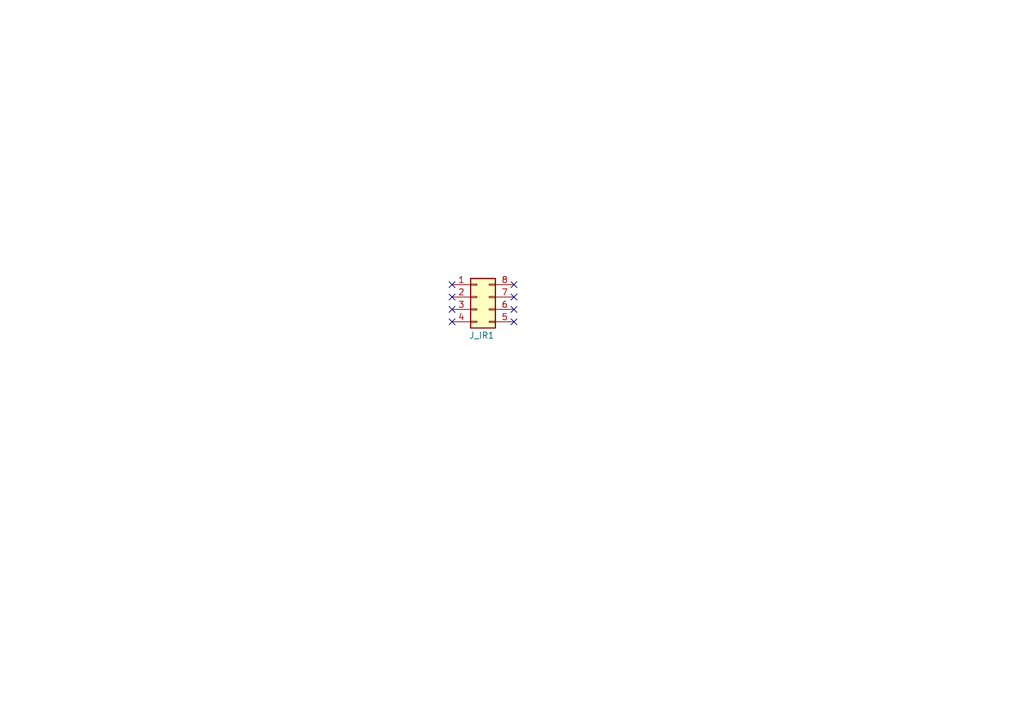
<source format=kicad_sch>
(kicad_sch (version 20231120) (generator "eeschema") (generator_version "8.0")
  (paper "A5")
  (lib_symbols
    (symbol "Connector_Generic:Conn_02x04_Counter_Clockwise" (pin_names (offset 1.016) hide)
      (property "Reference" "J" (at 1.27 5.08 0))
      (property "Value" "Conn_02x04_Counter_Clockwise" (at 1.27 -7.62 0))
      (symbol "Conn_02x04_Counter_Clockwise_1_1"
        (rectangle (start -1.27 -4.953) (end 0 -5.207) (stroke (width 0.1524)))
        (rectangle (start -1.27 -2.413) (end 0 -2.667) (stroke (width 0.1524)))
        (rectangle (start -1.27 0.127) (end 0 -0.127) (stroke (width 0.1524)))
        (rectangle (start -1.27 2.667) (end 0 2.413) (stroke (width 0.1524)))
        (rectangle (start -1.27 3.81) (end 3.81 -6.35) (stroke (width 0.254)) (fill (type background)))
        (rectangle (start 3.81 -4.953) (end 2.54 -5.207) (stroke (width 0.1524)))
        (rectangle (start 3.81 -2.413) (end 2.54 -2.667) (stroke (width 0.1524)))
        (rectangle (start 3.81 0.127) (end 2.54 -0.127) (stroke (width 0.1524)))
        (rectangle (start 3.81 2.667) (end 2.54 2.413) (stroke (width 0.1524)))
        (pin passive line (at -5.08 2.54 0) (length 3.81) (name "Pin_1") (number "1"))
        (pin passive line (at -5.08 0 0) (length 3.81) (name "Pin_2") (number "2"))
        (pin passive line (at -5.08 -2.54 0) (length 3.81) (name "Pin_3") (number "3"))
        (pin passive line (at -5.08 -5.08 0) (length 3.81) (name "Pin_4") (number "4"))
        (pin passive line (at 7.62 -5.08 180) (length 3.81) (name "Pin_5") (number "5"))
        (pin passive line (at 7.62 -2.54 180) (length 3.81) (name "Pin_6") (number "6"))
        (pin passive line (at 7.62 0 180) (length 3.81) (name "Pin_7") (number "7"))
        (pin passive line (at 7.62 2.54 180) (length 3.81) (name "Pin_8") (number "8"))
      )
    )
  )
  (no_connect (at 92.71 66.04))
  (no_connect (at 105.41 58.42))
  (no_connect (at 105.41 66.04))
  (no_connect (at 92.71 58.42))
  (no_connect (at 105.41 63.5))
  (no_connect (at 92.71 63.5))
  (no_connect (at 92.71 60.96))
  (no_connect (at 105.41 60.96))
  (symbol (lib_id "Connector_Generic:Conn_02x04_Counter_Clockwise") (at 97.79 60.96 0) (unit 1)
    (property "Reference" "J_IR1" (at 98.806 68.834 0))
    (property "Value" "Conn_02x04_Counter_Clockwise" (effects (hide yes)))
    (property "Description" "Generic connector, double row, 02x04, counter clockwise pin numbering scheme (similar to DIP package numbering), script generated (kicad-library-utils/schlib/autogen/connector/)" (effects (hide yes)))
  )
)
</source>
